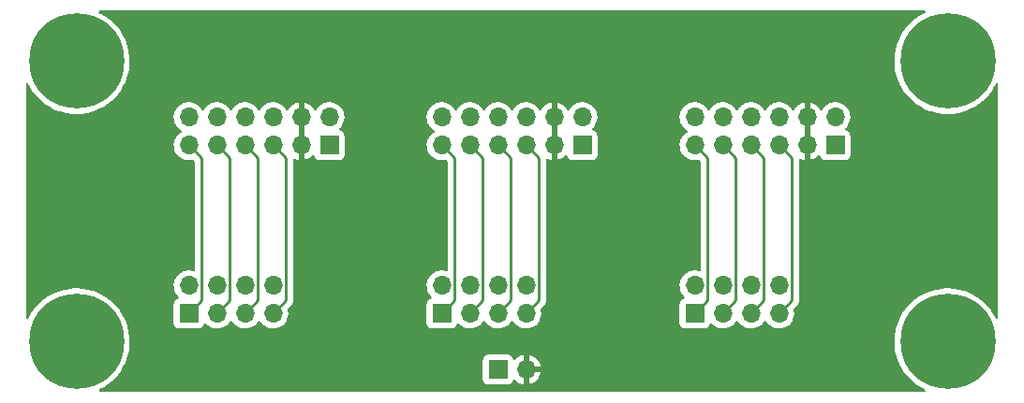
<source format=gbr>
%TF.GenerationSoftware,KiCad,Pcbnew,(6.0.5)*%
%TF.CreationDate,2022-05-29T15:22:11+02:00*%
%TF.ProjectId,pmod_master,706d6f64-5f6d-4617-9374-65722e6b6963,rev?*%
%TF.SameCoordinates,Original*%
%TF.FileFunction,Copper,L2,Bot*%
%TF.FilePolarity,Positive*%
%FSLAX46Y46*%
G04 Gerber Fmt 4.6, Leading zero omitted, Abs format (unit mm)*
G04 Created by KiCad (PCBNEW (6.0.5)) date 2022-05-29 15:22:11*
%MOMM*%
%LPD*%
G01*
G04 APERTURE LIST*
%TA.AperFunction,ComponentPad*%
%ADD10R,1.700000X1.700000*%
%TD*%
%TA.AperFunction,ComponentPad*%
%ADD11O,1.700000X1.700000*%
%TD*%
%TA.AperFunction,ComponentPad*%
%ADD12C,0.900000*%
%TD*%
%TA.AperFunction,ComponentPad*%
%ADD13C,8.600000*%
%TD*%
%TA.AperFunction,Conductor*%
%ADD14C,0.250000*%
%TD*%
G04 APERTURE END LIST*
D10*
%TO.P,PMOD2,1,Pin_1*%
%TO.N,VCC*%
X96520000Y-30480000D03*
D11*
%TO.P,PMOD2,2,Pin_2*%
X96520000Y-27940000D03*
%TO.P,PMOD2,3,Pin_3*%
%TO.N,GND*%
X93980000Y-30480000D03*
%TO.P,PMOD2,4,Pin_4*%
X93980000Y-27940000D03*
%TO.P,PMOD2,5,Pin_5*%
%TO.N,PMOD_SPI_SCK*%
X91440000Y-30480000D03*
%TO.P,PMOD2,6,Pin_6*%
%TO.N,PMOD_SPI_GPIO4_CS3*%
X91440000Y-27940000D03*
%TO.P,PMOD2,7,Pin_7*%
%TO.N,PMOD_SPI_MISO*%
X88900000Y-30480000D03*
%TO.P,PMOD2,8,Pin_8*%
%TO.N,PMOD_SPI_GPIO3_CS2*%
X88900000Y-27940000D03*
%TO.P,PMOD2,9,Pin_9*%
%TO.N,PMOD_SPI_MOSI*%
X86360000Y-30480000D03*
%TO.P,PMOD2,10,Pin_10*%
%TO.N,PMOD_SPI_GPIO2_RESET*%
X86360000Y-27940000D03*
%TO.P,PMOD2,11,Pin_11*%
%TO.N,PMOD_SPI_CS*%
X83820000Y-30480000D03*
%TO.P,PMOD2,12,Pin_12*%
%TO.N,PMOD_SPI_GPIO1_INT*%
X83820000Y-27940000D03*
%TD*%
D10*
%TO.P,PMOD3,1,Pin_1*%
%TO.N,VCC*%
X119380000Y-30480000D03*
D11*
%TO.P,PMOD3,2,Pin_2*%
X119380000Y-27940000D03*
%TO.P,PMOD3,3,Pin_3*%
%TO.N,GND*%
X116840000Y-30480000D03*
%TO.P,PMOD3,4,Pin_4*%
X116840000Y-27940000D03*
%TO.P,PMOD3,5,Pin_5*%
%TO.N,PMOD_UART_RTS*%
X114300000Y-30480000D03*
%TO.P,PMOD3,6,Pin_6*%
%TO.N,PMOD_UART_GPIO4*%
X114300000Y-27940000D03*
%TO.P,PMOD3,7,Pin_7*%
%TO.N,PMOD_UART_RXD*%
X111760000Y-30480000D03*
%TO.P,PMOD3,8,Pin_8*%
%TO.N,PMOD_UART_GPIO3*%
X111760000Y-27940000D03*
%TO.P,PMOD3,9,Pin_9*%
%TO.N,PMOD_UART_TXD*%
X109220000Y-30480000D03*
%TO.P,PMOD3,10,Pin_10*%
%TO.N,PMOD_UART_GPIO2_RESET*%
X109220000Y-27940000D03*
%TO.P,PMOD3,11,Pin_11*%
%TO.N,PMOD_UART_CTS*%
X106680000Y-30480000D03*
%TO.P,PMOD3,12,Pin_12*%
%TO.N,PMOD_UART_GPIO1_INT*%
X106680000Y-27940000D03*
%TD*%
D10*
%TO.P,PMOD1,1,Pin_1*%
%TO.N,VCC*%
X73660000Y-30480000D03*
D11*
%TO.P,PMOD1,2,Pin_2*%
X73660000Y-27940000D03*
%TO.P,PMOD1,3,Pin_3*%
%TO.N,GND*%
X71120000Y-30480000D03*
%TO.P,PMOD1,4,Pin_4*%
X71120000Y-27940000D03*
%TO.P,PMOD1,5,Pin_5*%
%TO.N,PMOD_I2C_SDA*%
X68580000Y-30480000D03*
%TO.P,PMOD1,6,Pin_6*%
%TO.N,PMOD_I2C_GPIO4*%
X68580000Y-27940000D03*
%TO.P,PMOD1,7,Pin_7*%
%TO.N,PMOD_I2C_SCL*%
X66040000Y-30480000D03*
%TO.P,PMOD1,8,Pin_8*%
%TO.N,PMOD_I2C_GPIO3*%
X66040000Y-27940000D03*
%TO.P,PMOD1,9,Pin_9*%
%TO.N,PMOD_I2C_RESET*%
X63500000Y-30480000D03*
%TO.P,PMOD1,10,Pin_10*%
%TO.N,PMOD_I2C_GPIO2*%
X63500000Y-27940000D03*
%TO.P,PMOD1,11,Pin_11*%
%TO.N,PMOD_I2C_INT*%
X60960000Y-30480000D03*
%TO.P,PMOD1,12,Pin_12*%
%TO.N,PMOD_I2C_GPIO1*%
X60960000Y-27940000D03*
%TD*%
D10*
%TO.P,J4,1,Pin_1*%
%TO.N,PMOD_I2C_INT*%
X60960000Y-45720000D03*
D11*
%TO.P,J4,2,Pin_2*%
%TO.N,PMOD_I2C_GPIO1*%
X60960000Y-43180000D03*
%TO.P,J4,3,Pin_3*%
%TO.N,PMOD_I2C_RESET*%
X63500000Y-45720000D03*
%TO.P,J4,4,Pin_4*%
%TO.N,PMOD_I2C_GPIO2*%
X63500000Y-43180000D03*
%TO.P,J4,5,Pin_5*%
%TO.N,PMOD_I2C_SCL*%
X66040000Y-45720000D03*
%TO.P,J4,6,Pin_6*%
%TO.N,PMOD_I2C_GPIO3*%
X66040000Y-43180000D03*
%TO.P,J4,7,Pin_7*%
%TO.N,PMOD_I2C_SDA*%
X68580000Y-45720000D03*
%TO.P,J4,8,Pin_8*%
%TO.N,PMOD_I2C_GPIO4*%
X68580000Y-43180000D03*
%TD*%
D10*
%TO.P,J5,1,Pin_1*%
%TO.N,PMOD_SPI_CS*%
X83820000Y-45720000D03*
D11*
%TO.P,J5,2,Pin_2*%
%TO.N,PMOD_SPI_GPIO1_INT*%
X83820000Y-43180000D03*
%TO.P,J5,3,Pin_3*%
%TO.N,PMOD_SPI_MOSI*%
X86360000Y-45720000D03*
%TO.P,J5,4,Pin_4*%
%TO.N,PMOD_SPI_GPIO2_RESET*%
X86360000Y-43180000D03*
%TO.P,J5,5,Pin_5*%
%TO.N,PMOD_SPI_MISO*%
X88900000Y-45720000D03*
%TO.P,J5,6,Pin_6*%
%TO.N,PMOD_SPI_GPIO3_CS2*%
X88900000Y-43180000D03*
%TO.P,J5,7,Pin_7*%
%TO.N,PMOD_SPI_SCK*%
X91440000Y-45720000D03*
%TO.P,J5,8,Pin_8*%
%TO.N,PMOD_SPI_GPIO4_CS3*%
X91440000Y-43180000D03*
%TD*%
D10*
%TO.P,J6,1,Pin_1*%
%TO.N,PMOD_UART_CTS*%
X106680000Y-45720000D03*
D11*
%TO.P,J6,2,Pin_2*%
%TO.N,PMOD_UART_GPIO1_INT*%
X106680000Y-43180000D03*
%TO.P,J6,3,Pin_3*%
%TO.N,PMOD_UART_TXD*%
X109220000Y-45720000D03*
%TO.P,J6,4,Pin_4*%
%TO.N,PMOD_UART_GPIO2_RESET*%
X109220000Y-43180000D03*
%TO.P,J6,5,Pin_5*%
%TO.N,PMOD_UART_RXD*%
X111760000Y-45720000D03*
%TO.P,J6,6,Pin_6*%
%TO.N,PMOD_UART_GPIO3*%
X111760000Y-43180000D03*
%TO.P,J6,7,Pin_7*%
%TO.N,PMOD_UART_RTS*%
X114300000Y-45720000D03*
%TO.P,J6,8,Pin_8*%
%TO.N,PMOD_UART_GPIO4*%
X114300000Y-43180000D03*
%TD*%
D12*
%TO.P,H3,1*%
%TO.N,N/C*%
X53080419Y-45979581D03*
X47575000Y-48260000D03*
X54025000Y-48260000D03*
X53080419Y-50540419D03*
X48519581Y-50540419D03*
X50800000Y-45035000D03*
X48519581Y-45979581D03*
X50800000Y-51485000D03*
D13*
X50800000Y-48260000D03*
%TD*%
D12*
%TO.P,H1,1*%
%TO.N,N/C*%
X50800000Y-26085000D03*
X47575000Y-22860000D03*
X48519581Y-20579581D03*
X54025000Y-22860000D03*
D13*
X50800000Y-22860000D03*
D12*
X50800000Y-19635000D03*
X48519581Y-25140419D03*
X53080419Y-25140419D03*
X53080419Y-20579581D03*
%TD*%
D10*
%TO.P,J1,1,Pin_1*%
%TO.N,VCC*%
X88900000Y-50800000D03*
D11*
%TO.P,J1,2,Pin_2*%
%TO.N,GND*%
X91440000Y-50800000D03*
%TD*%
D12*
%TO.P,H4,1*%
%TO.N,N/C*%
X129540000Y-51485000D03*
X131820419Y-45979581D03*
X129540000Y-45035000D03*
D13*
X129540000Y-48260000D03*
D12*
X127259581Y-50540419D03*
X126315000Y-48260000D03*
X132765000Y-48260000D03*
X127259581Y-45979581D03*
X131820419Y-50540419D03*
%TD*%
%TO.P,H2,1*%
%TO.N,N/C*%
X129540000Y-26085000D03*
X132765000Y-22860000D03*
D13*
X129540000Y-22860000D03*
D12*
X131820419Y-20579581D03*
X127259581Y-25140419D03*
X126315000Y-22860000D03*
X127259581Y-20579581D03*
X131820419Y-25140419D03*
X129540000Y-19635000D03*
%TD*%
D14*
%TO.N,PMOD_UART_RTS*%
X114300000Y-45720000D02*
X115474511Y-44545489D01*
X115474511Y-31654511D02*
X114300000Y-30480000D01*
X115474511Y-44545489D02*
X115474511Y-31654511D01*
%TO.N,PMOD_UART_RXD*%
X112934511Y-44545489D02*
X112934511Y-31654511D01*
X111760000Y-45720000D02*
X112934511Y-44545489D01*
X112934511Y-31654511D02*
X111760000Y-30480000D01*
%TO.N,PMOD_UART_TXD*%
X110394511Y-44545489D02*
X110394511Y-31654511D01*
X109220000Y-45720000D02*
X110394511Y-44545489D01*
X110394511Y-31654511D02*
X109220000Y-30480000D01*
%TO.N,PMOD_UART_CTS*%
X107854511Y-31654511D02*
X106680000Y-30480000D01*
X107854511Y-44545489D02*
X107854511Y-31654511D01*
X106680000Y-45720000D02*
X107854511Y-44545489D01*
%TO.N,PMOD_SPI_SCK*%
X92614511Y-44545489D02*
X92614511Y-31654511D01*
X92614511Y-31654511D02*
X91440000Y-30480000D01*
X91440000Y-45720000D02*
X92614511Y-44545489D01*
%TO.N,PMOD_SPI_MOSI*%
X87534511Y-31654511D02*
X86360000Y-30480000D01*
X86360000Y-45720000D02*
X87534511Y-44545489D01*
X87534511Y-44545489D02*
X87534511Y-31654511D01*
%TO.N,PMOD_SPI_MISO*%
X90074511Y-31654511D02*
X88900000Y-30480000D01*
X90074511Y-44545489D02*
X90074511Y-31654511D01*
X88900000Y-45720000D02*
X90074511Y-44545489D01*
%TO.N,PMOD_SPI_CS*%
X84994511Y-44545489D02*
X84994511Y-31654511D01*
X84994511Y-31654511D02*
X83820000Y-30480000D01*
X83820000Y-45720000D02*
X84994511Y-44545489D01*
%TO.N,PMOD_I2C_SDA*%
X68580000Y-45720000D02*
X69754511Y-44545489D01*
X69754511Y-31654511D02*
X68580000Y-30480000D01*
X69754511Y-44545489D02*
X69754511Y-31654511D01*
%TO.N,PMOD_I2C_SCL*%
X67214511Y-44545489D02*
X67214511Y-31654511D01*
X66040000Y-45720000D02*
X67214511Y-44545489D01*
X67214511Y-31654511D02*
X66040000Y-30480000D01*
%TO.N,PMOD_I2C_RESET*%
X64674511Y-44545489D02*
X64674511Y-31654511D01*
X63500000Y-45720000D02*
X64674511Y-44545489D01*
X64674511Y-31654511D02*
X63500000Y-30480000D01*
%TO.N,PMOD_I2C_INT*%
X62134511Y-44545489D02*
X62134511Y-31654511D01*
X60960000Y-45720000D02*
X62134511Y-44545489D01*
X62134511Y-31654511D02*
X60960000Y-30480000D01*
%TD*%
%TA.AperFunction,Conductor*%
%TO.N,GND*%
G36*
X127464543Y-18308502D02*
G01*
X127511036Y-18362158D01*
X127521140Y-18432432D01*
X127491646Y-18497012D01*
X127449173Y-18528926D01*
X127332361Y-18582777D01*
X126960880Y-18795957D01*
X126958577Y-18797566D01*
X126958570Y-18797571D01*
X126612129Y-19039701D01*
X126609820Y-19041315D01*
X126281961Y-19316909D01*
X125979899Y-19620557D01*
X125706025Y-19949855D01*
X125462508Y-20302194D01*
X125251276Y-20674786D01*
X125074002Y-21064680D01*
X125073080Y-21067306D01*
X125073075Y-21067318D01*
X125033633Y-21179634D01*
X124932089Y-21468790D01*
X124826661Y-21883914D01*
X124758552Y-22306768D01*
X124728302Y-22734001D01*
X124736151Y-23162233D01*
X124782036Y-23588071D01*
X124865594Y-24008144D01*
X124986163Y-24419127D01*
X124987190Y-24421740D01*
X124987190Y-24421741D01*
X125125651Y-24774145D01*
X125142789Y-24817765D01*
X125201316Y-24934896D01*
X125312161Y-25156731D01*
X125334231Y-25200901D01*
X125558974Y-25565502D01*
X125815239Y-25908682D01*
X125817100Y-25910760D01*
X125817101Y-25910761D01*
X126099127Y-26225637D01*
X126099133Y-26225643D01*
X126100995Y-26227722D01*
X126413981Y-26520098D01*
X126751719Y-26783493D01*
X127111533Y-27015822D01*
X127114012Y-27017126D01*
X127114015Y-27017128D01*
X127488077Y-27213932D01*
X127488083Y-27213935D01*
X127490577Y-27215247D01*
X127493175Y-27216331D01*
X127493179Y-27216333D01*
X127883263Y-27379109D01*
X127883268Y-27379111D01*
X127885847Y-27380187D01*
X127888512Y-27381030D01*
X127888518Y-27381032D01*
X128110561Y-27451254D01*
X128294214Y-27509336D01*
X128712446Y-27601673D01*
X128715220Y-27602031D01*
X128715221Y-27602031D01*
X129134460Y-27656109D01*
X129134467Y-27656110D01*
X129137230Y-27656466D01*
X129140017Y-27656576D01*
X129140023Y-27656576D01*
X129388238Y-27666328D01*
X129565203Y-27673281D01*
X129567995Y-27673142D01*
X129568000Y-27673142D01*
X129990172Y-27652125D01*
X129990181Y-27652124D01*
X129992976Y-27651985D01*
X129995753Y-27651597D01*
X129995755Y-27651597D01*
X130070066Y-27641219D01*
X130417163Y-27592747D01*
X130834404Y-27496036D01*
X131048307Y-27425915D01*
X131238744Y-27363487D01*
X131238750Y-27363485D01*
X131241397Y-27362617D01*
X131634918Y-27193547D01*
X132011852Y-26990164D01*
X132369214Y-26754080D01*
X132704175Y-26487162D01*
X133014082Y-26191525D01*
X133015919Y-26189431D01*
X133015927Y-26189422D01*
X133294635Y-25871616D01*
X133296482Y-25869510D01*
X133549139Y-25523666D01*
X133550585Y-25521265D01*
X133768601Y-25159142D01*
X133768606Y-25159133D01*
X133770052Y-25156731D01*
X133872204Y-24946823D01*
X133919998Y-24894323D01*
X133988588Y-24875997D01*
X134056198Y-24897663D01*
X134101362Y-24952442D01*
X134111500Y-25001959D01*
X134111500Y-46109490D01*
X134091498Y-46177611D01*
X134037842Y-46224104D01*
X133967568Y-46234208D01*
X133902988Y-46204714D01*
X133874300Y-46168740D01*
X133791329Y-46013023D01*
X133683050Y-45809807D01*
X133482351Y-45502522D01*
X133450381Y-45453573D01*
X133450378Y-45453569D01*
X133448840Y-45451214D01*
X133183680Y-45114860D01*
X132909586Y-44824506D01*
X132891596Y-44805449D01*
X132891593Y-44805446D01*
X132889670Y-44803409D01*
X132887579Y-44801556D01*
X132887571Y-44801548D01*
X132571237Y-44521188D01*
X132571235Y-44521186D01*
X132569137Y-44519327D01*
X132564120Y-44515621D01*
X132355457Y-44361500D01*
X132224621Y-44264863D01*
X132031733Y-44147355D01*
X131861237Y-44043487D01*
X131861230Y-44043483D01*
X131858848Y-44042032D01*
X131741514Y-43984169D01*
X131477228Y-43853838D01*
X131474714Y-43852598D01*
X131075262Y-43698062D01*
X130828678Y-43627122D01*
X130666335Y-43580417D01*
X130666329Y-43580415D01*
X130663654Y-43579646D01*
X130660917Y-43579117D01*
X130660911Y-43579115D01*
X130515828Y-43551046D01*
X130243148Y-43498289D01*
X130240374Y-43498005D01*
X130240362Y-43498003D01*
X129957111Y-43468982D01*
X129817076Y-43454634D01*
X129814286Y-43454597D01*
X129814278Y-43454597D01*
X129546825Y-43451096D01*
X129388809Y-43449028D01*
X129386009Y-43449241D01*
X129386008Y-43449241D01*
X129311364Y-43454919D01*
X128961740Y-43481514D01*
X128539249Y-43551836D01*
X128453671Y-43574048D01*
X128127400Y-43658731D01*
X128127389Y-43658734D01*
X128124682Y-43659437D01*
X127866575Y-43751599D01*
X127723964Y-43802520D01*
X127723959Y-43802522D01*
X127721321Y-43803464D01*
X127718781Y-43804635D01*
X127718776Y-43804637D01*
X127616930Y-43851589D01*
X127332361Y-43982777D01*
X126960880Y-44195957D01*
X126958577Y-44197566D01*
X126958570Y-44197571D01*
X126633491Y-44424771D01*
X126609820Y-44441315D01*
X126281961Y-44716909D01*
X125979899Y-45020557D01*
X125706025Y-45349855D01*
X125462508Y-45702194D01*
X125251276Y-46074786D01*
X125074002Y-46464680D01*
X125073080Y-46467306D01*
X125073075Y-46467318D01*
X124992333Y-46697240D01*
X124932089Y-46868790D01*
X124931398Y-46871510D01*
X124931397Y-46871514D01*
X124880545Y-47071745D01*
X124826661Y-47283914D01*
X124758552Y-47706768D01*
X124728302Y-48134001D01*
X124736151Y-48562233D01*
X124782036Y-48988071D01*
X124865594Y-49408144D01*
X124986163Y-49819127D01*
X124987190Y-49821740D01*
X124987190Y-49821741D01*
X125125651Y-50174145D01*
X125142789Y-50217765D01*
X125201316Y-50334896D01*
X125312161Y-50556731D01*
X125334231Y-50600901D01*
X125558974Y-50965502D01*
X125815239Y-51308682D01*
X125817100Y-51310760D01*
X125817101Y-51310761D01*
X126099127Y-51625637D01*
X126099133Y-51625643D01*
X126100995Y-51627722D01*
X126413981Y-51920098D01*
X126751719Y-52183493D01*
X127111533Y-52415822D01*
X127114012Y-52417126D01*
X127114015Y-52417128D01*
X127450178Y-52593992D01*
X127501151Y-52643411D01*
X127517314Y-52712544D01*
X127493535Y-52779440D01*
X127437364Y-52822860D01*
X127391511Y-52831500D01*
X52952547Y-52831500D01*
X52884426Y-52811498D01*
X52837933Y-52757842D01*
X52827829Y-52687568D01*
X52857323Y-52622988D01*
X52895166Y-52594006D01*
X52894918Y-52593547D01*
X53271852Y-52390164D01*
X53629214Y-52154080D01*
X53964175Y-51887162D01*
X54162327Y-51698134D01*
X87541500Y-51698134D01*
X87548255Y-51760316D01*
X87599385Y-51896705D01*
X87686739Y-52013261D01*
X87803295Y-52100615D01*
X87939684Y-52151745D01*
X88001866Y-52158500D01*
X89798134Y-52158500D01*
X89860316Y-52151745D01*
X89996705Y-52100615D01*
X90113261Y-52013261D01*
X90200615Y-51896705D01*
X90244798Y-51778848D01*
X90287440Y-51722084D01*
X90354001Y-51697384D01*
X90423350Y-51712592D01*
X90458017Y-51740580D01*
X90483218Y-51769673D01*
X90490580Y-51776883D01*
X90654434Y-51912916D01*
X90662881Y-51918831D01*
X90846756Y-52026279D01*
X90856042Y-52030729D01*
X91055001Y-52106703D01*
X91064899Y-52109579D01*
X91168250Y-52130606D01*
X91182299Y-52129410D01*
X91186000Y-52119065D01*
X91186000Y-52118517D01*
X91694000Y-52118517D01*
X91698064Y-52132359D01*
X91711478Y-52134393D01*
X91718184Y-52133534D01*
X91728262Y-52131392D01*
X91932255Y-52070191D01*
X91941842Y-52066433D01*
X92133095Y-51972739D01*
X92141945Y-51967464D01*
X92315328Y-51843792D01*
X92323200Y-51837139D01*
X92474052Y-51686812D01*
X92480730Y-51678965D01*
X92605003Y-51506020D01*
X92610313Y-51497183D01*
X92704670Y-51306267D01*
X92708469Y-51296672D01*
X92770377Y-51092910D01*
X92772555Y-51082837D01*
X92773986Y-51071962D01*
X92771775Y-51057778D01*
X92758617Y-51054000D01*
X91712115Y-51054000D01*
X91696876Y-51058475D01*
X91695671Y-51059865D01*
X91694000Y-51067548D01*
X91694000Y-52118517D01*
X91186000Y-52118517D01*
X91186000Y-50527885D01*
X91694000Y-50527885D01*
X91698475Y-50543124D01*
X91699865Y-50544329D01*
X91707548Y-50546000D01*
X92758344Y-50546000D01*
X92771875Y-50542027D01*
X92773180Y-50532947D01*
X92731214Y-50365875D01*
X92727894Y-50356124D01*
X92642972Y-50160814D01*
X92638105Y-50151739D01*
X92522426Y-49972926D01*
X92516136Y-49964757D01*
X92372806Y-49807240D01*
X92365273Y-49800215D01*
X92198139Y-49668222D01*
X92189552Y-49662517D01*
X92003117Y-49559599D01*
X91993705Y-49555369D01*
X91792959Y-49484280D01*
X91782988Y-49481646D01*
X91711837Y-49468972D01*
X91698540Y-49470432D01*
X91694000Y-49484989D01*
X91694000Y-50527885D01*
X91186000Y-50527885D01*
X91186000Y-49483102D01*
X91182082Y-49469758D01*
X91167806Y-49467771D01*
X91129324Y-49473660D01*
X91119288Y-49476051D01*
X90916868Y-49542212D01*
X90907359Y-49546209D01*
X90718463Y-49644542D01*
X90709738Y-49650036D01*
X90539433Y-49777905D01*
X90531726Y-49784748D01*
X90454478Y-49865584D01*
X90392954Y-49901014D01*
X90322042Y-49897557D01*
X90264255Y-49856311D01*
X90245402Y-49822763D01*
X90203767Y-49711703D01*
X90200615Y-49703295D01*
X90113261Y-49586739D01*
X89996705Y-49499385D01*
X89860316Y-49448255D01*
X89798134Y-49441500D01*
X88001866Y-49441500D01*
X87939684Y-49448255D01*
X87803295Y-49499385D01*
X87686739Y-49586739D01*
X87599385Y-49703295D01*
X87548255Y-49839684D01*
X87541500Y-49901866D01*
X87541500Y-51698134D01*
X54162327Y-51698134D01*
X54274082Y-51591525D01*
X54275919Y-51589431D01*
X54275927Y-51589422D01*
X54554635Y-51271616D01*
X54556482Y-51269510D01*
X54685498Y-51092910D01*
X54807490Y-50925923D01*
X54809139Y-50923666D01*
X54810585Y-50921265D01*
X55028601Y-50559142D01*
X55028606Y-50559133D01*
X55030052Y-50556731D01*
X55165551Y-50278299D01*
X55216238Y-50174145D01*
X55216239Y-50174142D01*
X55217471Y-50171611D01*
X55334026Y-49865584D01*
X55368918Y-49773971D01*
X55368920Y-49773964D01*
X55369914Y-49771355D01*
X55486173Y-49359132D01*
X55555433Y-48990822D01*
X55564811Y-48940954D01*
X55564813Y-48940942D01*
X55565327Y-48938207D01*
X55606750Y-48511911D01*
X55608194Y-48456780D01*
X55613289Y-48262234D01*
X55613289Y-48262220D01*
X55613347Y-48260000D01*
X55594291Y-47832121D01*
X55537275Y-47407630D01*
X55508666Y-47281193D01*
X55443368Y-46992618D01*
X55443368Y-46992617D01*
X55442750Y-46989887D01*
X55386980Y-46816705D01*
X55312318Y-46584856D01*
X55312316Y-46584849D01*
X55311463Y-46582202D01*
X55159828Y-46224104D01*
X55145550Y-46190384D01*
X55145548Y-46190379D01*
X55144456Y-46187801D01*
X54943050Y-45809807D01*
X54742351Y-45502522D01*
X54710381Y-45453573D01*
X54710378Y-45453569D01*
X54708840Y-45451214D01*
X54443680Y-45114860D01*
X54169586Y-44824506D01*
X54151596Y-44805449D01*
X54151593Y-44805446D01*
X54149670Y-44803409D01*
X54147579Y-44801556D01*
X54147571Y-44801548D01*
X53831237Y-44521188D01*
X53831235Y-44521186D01*
X53829137Y-44519327D01*
X53824120Y-44515621D01*
X53615457Y-44361500D01*
X53484621Y-44264863D01*
X53291733Y-44147355D01*
X53121237Y-44043487D01*
X53121230Y-44043483D01*
X53118848Y-44042032D01*
X53001514Y-43984169D01*
X52737228Y-43853838D01*
X52734714Y-43852598D01*
X52335262Y-43698062D01*
X52088678Y-43627122D01*
X51926335Y-43580417D01*
X51926329Y-43580415D01*
X51923654Y-43579646D01*
X51920917Y-43579117D01*
X51920911Y-43579115D01*
X51775828Y-43551046D01*
X51503148Y-43498289D01*
X51500374Y-43498005D01*
X51500362Y-43498003D01*
X51217111Y-43468982D01*
X51077076Y-43454634D01*
X51074286Y-43454597D01*
X51074278Y-43454597D01*
X50806825Y-43451096D01*
X50648809Y-43449028D01*
X50646009Y-43449241D01*
X50646008Y-43449241D01*
X50571364Y-43454919D01*
X50221740Y-43481514D01*
X49799249Y-43551836D01*
X49713671Y-43574048D01*
X49387400Y-43658731D01*
X49387389Y-43658734D01*
X49384682Y-43659437D01*
X49126575Y-43751599D01*
X48983964Y-43802520D01*
X48983959Y-43802522D01*
X48981321Y-43803464D01*
X48978781Y-43804635D01*
X48978776Y-43804637D01*
X48876930Y-43851589D01*
X48592361Y-43982777D01*
X48220880Y-44195957D01*
X48218577Y-44197566D01*
X48218570Y-44197571D01*
X47893491Y-44424771D01*
X47869820Y-44441315D01*
X47541961Y-44716909D01*
X47239899Y-45020557D01*
X46966025Y-45349855D01*
X46722508Y-45702194D01*
X46511276Y-46074786D01*
X46510117Y-46077335D01*
X46510115Y-46077339D01*
X46469201Y-46167325D01*
X46422797Y-46221058D01*
X46354710Y-46241174D01*
X46286556Y-46221285D01*
X46239974Y-46167707D01*
X46228500Y-46115174D01*
X46228500Y-43146695D01*
X59597251Y-43146695D01*
X59610110Y-43369715D01*
X59611247Y-43374761D01*
X59611248Y-43374767D01*
X59629312Y-43454919D01*
X59659222Y-43587639D01*
X59743266Y-43794616D01*
X59859987Y-43985088D01*
X60006250Y-44153938D01*
X60010230Y-44157242D01*
X60014981Y-44161187D01*
X60054616Y-44220090D01*
X60056113Y-44291071D01*
X60018997Y-44351593D01*
X59978724Y-44376112D01*
X59863295Y-44419385D01*
X59746739Y-44506739D01*
X59659385Y-44623295D01*
X59608255Y-44759684D01*
X59601500Y-44821866D01*
X59601500Y-46618134D01*
X59608255Y-46680316D01*
X59659385Y-46816705D01*
X59746739Y-46933261D01*
X59863295Y-47020615D01*
X59999684Y-47071745D01*
X60061866Y-47078500D01*
X61858134Y-47078500D01*
X61920316Y-47071745D01*
X62056705Y-47020615D01*
X62173261Y-46933261D01*
X62260615Y-46816705D01*
X62282799Y-46757529D01*
X62304598Y-46699382D01*
X62347240Y-46642618D01*
X62413802Y-46617918D01*
X62483150Y-46633126D01*
X62517817Y-46661114D01*
X62546250Y-46693938D01*
X62718126Y-46836632D01*
X62911000Y-46949338D01*
X63119692Y-47029030D01*
X63124760Y-47030061D01*
X63124763Y-47030062D01*
X63232017Y-47051883D01*
X63338597Y-47073567D01*
X63343772Y-47073757D01*
X63343774Y-47073757D01*
X63556673Y-47081564D01*
X63556677Y-47081564D01*
X63561837Y-47081753D01*
X63566957Y-47081097D01*
X63566959Y-47081097D01*
X63778288Y-47054025D01*
X63778289Y-47054025D01*
X63783416Y-47053368D01*
X63788366Y-47051883D01*
X63992429Y-46990661D01*
X63992434Y-46990659D01*
X63997384Y-46989174D01*
X64197994Y-46890896D01*
X64379860Y-46761173D01*
X64538096Y-46603489D01*
X64555238Y-46579634D01*
X64668453Y-46422077D01*
X64669776Y-46423028D01*
X64716645Y-46379857D01*
X64786580Y-46367625D01*
X64852026Y-46395144D01*
X64879875Y-46426994D01*
X64939987Y-46525088D01*
X65086250Y-46693938D01*
X65258126Y-46836632D01*
X65451000Y-46949338D01*
X65659692Y-47029030D01*
X65664760Y-47030061D01*
X65664763Y-47030062D01*
X65772017Y-47051883D01*
X65878597Y-47073567D01*
X65883772Y-47073757D01*
X65883774Y-47073757D01*
X66096673Y-47081564D01*
X66096677Y-47081564D01*
X66101837Y-47081753D01*
X66106957Y-47081097D01*
X66106959Y-47081097D01*
X66318288Y-47054025D01*
X66318289Y-47054025D01*
X66323416Y-47053368D01*
X66328366Y-47051883D01*
X66532429Y-46990661D01*
X66532434Y-46990659D01*
X66537384Y-46989174D01*
X66737994Y-46890896D01*
X66919860Y-46761173D01*
X67078096Y-46603489D01*
X67095238Y-46579634D01*
X67208453Y-46422077D01*
X67209776Y-46423028D01*
X67256645Y-46379857D01*
X67326580Y-46367625D01*
X67392026Y-46395144D01*
X67419875Y-46426994D01*
X67479987Y-46525088D01*
X67626250Y-46693938D01*
X67798126Y-46836632D01*
X67991000Y-46949338D01*
X68199692Y-47029030D01*
X68204760Y-47030061D01*
X68204763Y-47030062D01*
X68312017Y-47051883D01*
X68418597Y-47073567D01*
X68423772Y-47073757D01*
X68423774Y-47073757D01*
X68636673Y-47081564D01*
X68636677Y-47081564D01*
X68641837Y-47081753D01*
X68646957Y-47081097D01*
X68646959Y-47081097D01*
X68858288Y-47054025D01*
X68858289Y-47054025D01*
X68863416Y-47053368D01*
X68868366Y-47051883D01*
X69072429Y-46990661D01*
X69072434Y-46990659D01*
X69077384Y-46989174D01*
X69277994Y-46890896D01*
X69459860Y-46761173D01*
X69618096Y-46603489D01*
X69635238Y-46579634D01*
X69745435Y-46426277D01*
X69748453Y-46422077D01*
X69769320Y-46379857D01*
X69845136Y-46226453D01*
X69845137Y-46226451D01*
X69847430Y-46221811D01*
X69912370Y-46008069D01*
X69941529Y-45786590D01*
X69943156Y-45720000D01*
X69924852Y-45497361D01*
X69896821Y-45385765D01*
X69899625Y-45314823D01*
X69929930Y-45265974D01*
X70146758Y-45049146D01*
X70155048Y-45041602D01*
X70161529Y-45037489D01*
X70208170Y-44987821D01*
X70210924Y-44984980D01*
X70230645Y-44965259D01*
X70233123Y-44962064D01*
X70240829Y-44953042D01*
X70265669Y-44926590D01*
X70271097Y-44920810D01*
X70280857Y-44903057D01*
X70291710Y-44886534D01*
X70299264Y-44876795D01*
X70304124Y-44870530D01*
X70321687Y-44829946D01*
X70326894Y-44819316D01*
X70348206Y-44780549D01*
X70350177Y-44772872D01*
X70350179Y-44772867D01*
X70353243Y-44760931D01*
X70359649Y-44742219D01*
X70364545Y-44730906D01*
X70367692Y-44723634D01*
X70369043Y-44715108D01*
X70374608Y-44679970D01*
X70377015Y-44668349D01*
X70386039Y-44633200D01*
X70386039Y-44633199D01*
X70388011Y-44625519D01*
X70388011Y-44605258D01*
X70389562Y-44585547D01*
X70391490Y-44573374D01*
X70392730Y-44565546D01*
X70388570Y-44521535D01*
X70388011Y-44509678D01*
X70388011Y-43146695D01*
X82457251Y-43146695D01*
X82470110Y-43369715D01*
X82471247Y-43374761D01*
X82471248Y-43374767D01*
X82489312Y-43454919D01*
X82519222Y-43587639D01*
X82603266Y-43794616D01*
X82719987Y-43985088D01*
X82866250Y-44153938D01*
X82870230Y-44157242D01*
X82874981Y-44161187D01*
X82914616Y-44220090D01*
X82916113Y-44291071D01*
X82878997Y-44351593D01*
X82838724Y-44376112D01*
X82723295Y-44419385D01*
X82606739Y-44506739D01*
X82519385Y-44623295D01*
X82468255Y-44759684D01*
X82461500Y-44821866D01*
X82461500Y-46618134D01*
X82468255Y-46680316D01*
X82519385Y-46816705D01*
X82606739Y-46933261D01*
X82723295Y-47020615D01*
X82859684Y-47071745D01*
X82921866Y-47078500D01*
X84718134Y-47078500D01*
X84780316Y-47071745D01*
X84916705Y-47020615D01*
X85033261Y-46933261D01*
X85120615Y-46816705D01*
X85142799Y-46757529D01*
X85164598Y-46699382D01*
X85207240Y-46642618D01*
X85273802Y-46617918D01*
X85343150Y-46633126D01*
X85377817Y-46661114D01*
X85406250Y-46693938D01*
X85578126Y-46836632D01*
X85771000Y-46949338D01*
X85979692Y-47029030D01*
X85984760Y-47030061D01*
X85984763Y-47030062D01*
X86092017Y-47051883D01*
X86198597Y-47073567D01*
X86203772Y-47073757D01*
X86203774Y-47073757D01*
X86416673Y-47081564D01*
X86416677Y-47081564D01*
X86421837Y-47081753D01*
X86426957Y-47081097D01*
X86426959Y-47081097D01*
X86638288Y-47054025D01*
X86638289Y-47054025D01*
X86643416Y-47053368D01*
X86648366Y-47051883D01*
X86852429Y-46990661D01*
X86852434Y-46990659D01*
X86857384Y-46989174D01*
X87057994Y-46890896D01*
X87239860Y-46761173D01*
X87398096Y-46603489D01*
X87415238Y-46579634D01*
X87528453Y-46422077D01*
X87529776Y-46423028D01*
X87576645Y-46379857D01*
X87646580Y-46367625D01*
X87712026Y-46395144D01*
X87739875Y-46426994D01*
X87799987Y-46525088D01*
X87946250Y-46693938D01*
X88118126Y-46836632D01*
X88311000Y-46949338D01*
X88519692Y-47029030D01*
X88524760Y-47030061D01*
X88524763Y-47030062D01*
X88632017Y-47051883D01*
X88738597Y-47073567D01*
X88743772Y-47073757D01*
X88743774Y-47073757D01*
X88956673Y-47081564D01*
X88956677Y-47081564D01*
X88961837Y-47081753D01*
X88966957Y-47081097D01*
X88966959Y-47081097D01*
X89178288Y-47054025D01*
X89178289Y-47054025D01*
X89183416Y-47053368D01*
X89188366Y-47051883D01*
X89392429Y-46990661D01*
X89392434Y-46990659D01*
X89397384Y-46989174D01*
X89597994Y-46890896D01*
X89779860Y-46761173D01*
X89938096Y-46603489D01*
X89955238Y-46579634D01*
X90068453Y-46422077D01*
X90069776Y-46423028D01*
X90116645Y-46379857D01*
X90186580Y-46367625D01*
X90252026Y-46395144D01*
X90279875Y-46426994D01*
X90339987Y-46525088D01*
X90486250Y-46693938D01*
X90658126Y-46836632D01*
X90851000Y-46949338D01*
X91059692Y-47029030D01*
X91064760Y-47030061D01*
X91064763Y-47030062D01*
X91172017Y-47051883D01*
X91278597Y-47073567D01*
X91283772Y-47073757D01*
X91283774Y-47073757D01*
X91496673Y-47081564D01*
X91496677Y-47081564D01*
X91501837Y-47081753D01*
X91506957Y-47081097D01*
X91506959Y-47081097D01*
X91718288Y-47054025D01*
X91718289Y-47054025D01*
X91723416Y-47053368D01*
X91728366Y-47051883D01*
X91932429Y-46990661D01*
X91932434Y-46990659D01*
X91937384Y-46989174D01*
X92137994Y-46890896D01*
X92319860Y-46761173D01*
X92478096Y-46603489D01*
X92495238Y-46579634D01*
X92605435Y-46426277D01*
X92608453Y-46422077D01*
X92629320Y-46379857D01*
X92705136Y-46226453D01*
X92705137Y-46226451D01*
X92707430Y-46221811D01*
X92772370Y-46008069D01*
X92801529Y-45786590D01*
X92803156Y-45720000D01*
X92784852Y-45497361D01*
X92756821Y-45385765D01*
X92759625Y-45314823D01*
X92789930Y-45265974D01*
X93006758Y-45049146D01*
X93015048Y-45041602D01*
X93021529Y-45037489D01*
X93068170Y-44987821D01*
X93070924Y-44984980D01*
X93090645Y-44965259D01*
X93093123Y-44962064D01*
X93100829Y-44953042D01*
X93125669Y-44926590D01*
X93131097Y-44920810D01*
X93140857Y-44903057D01*
X93151710Y-44886534D01*
X93159264Y-44876795D01*
X93164124Y-44870530D01*
X93181687Y-44829946D01*
X93186894Y-44819316D01*
X93208206Y-44780549D01*
X93210177Y-44772872D01*
X93210179Y-44772867D01*
X93213243Y-44760931D01*
X93219649Y-44742219D01*
X93224545Y-44730906D01*
X93227692Y-44723634D01*
X93229043Y-44715108D01*
X93234608Y-44679970D01*
X93237015Y-44668349D01*
X93246039Y-44633200D01*
X93246039Y-44633199D01*
X93248011Y-44625519D01*
X93248011Y-44605258D01*
X93249562Y-44585547D01*
X93251490Y-44573374D01*
X93252730Y-44565546D01*
X93248570Y-44521535D01*
X93248011Y-44509678D01*
X93248011Y-43146695D01*
X105317251Y-43146695D01*
X105330110Y-43369715D01*
X105331247Y-43374761D01*
X105331248Y-43374767D01*
X105349312Y-43454919D01*
X105379222Y-43587639D01*
X105463266Y-43794616D01*
X105579987Y-43985088D01*
X105726250Y-44153938D01*
X105730230Y-44157242D01*
X105734981Y-44161187D01*
X105774616Y-44220090D01*
X105776113Y-44291071D01*
X105738997Y-44351593D01*
X105698724Y-44376112D01*
X105583295Y-44419385D01*
X105466739Y-44506739D01*
X105379385Y-44623295D01*
X105328255Y-44759684D01*
X105321500Y-44821866D01*
X105321500Y-46618134D01*
X105328255Y-46680316D01*
X105379385Y-46816705D01*
X105466739Y-46933261D01*
X105583295Y-47020615D01*
X105719684Y-47071745D01*
X105781866Y-47078500D01*
X107578134Y-47078500D01*
X107640316Y-47071745D01*
X107776705Y-47020615D01*
X107893261Y-46933261D01*
X107980615Y-46816705D01*
X108002799Y-46757529D01*
X108024598Y-46699382D01*
X108067240Y-46642618D01*
X108133802Y-46617918D01*
X108203150Y-46633126D01*
X108237817Y-46661114D01*
X108266250Y-46693938D01*
X108438126Y-46836632D01*
X108631000Y-46949338D01*
X108839692Y-47029030D01*
X108844760Y-47030061D01*
X108844763Y-47030062D01*
X108952017Y-47051883D01*
X109058597Y-47073567D01*
X109063772Y-47073757D01*
X109063774Y-47073757D01*
X109276673Y-47081564D01*
X109276677Y-47081564D01*
X109281837Y-47081753D01*
X109286957Y-47081097D01*
X109286959Y-47081097D01*
X109498288Y-47054025D01*
X109498289Y-47054025D01*
X109503416Y-47053368D01*
X109508366Y-47051883D01*
X109712429Y-46990661D01*
X109712434Y-46990659D01*
X109717384Y-46989174D01*
X109917994Y-46890896D01*
X110099860Y-46761173D01*
X110258096Y-46603489D01*
X110275238Y-46579634D01*
X110388453Y-46422077D01*
X110389776Y-46423028D01*
X110436645Y-46379857D01*
X110506580Y-46367625D01*
X110572026Y-46395144D01*
X110599875Y-46426994D01*
X110659987Y-46525088D01*
X110806250Y-46693938D01*
X110978126Y-46836632D01*
X111171000Y-46949338D01*
X111379692Y-47029030D01*
X111384760Y-47030061D01*
X111384763Y-47030062D01*
X111492017Y-47051883D01*
X111598597Y-47073567D01*
X111603772Y-47073757D01*
X111603774Y-47073757D01*
X111816673Y-47081564D01*
X111816677Y-47081564D01*
X111821837Y-47081753D01*
X111826957Y-47081097D01*
X111826959Y-47081097D01*
X112038288Y-47054025D01*
X112038289Y-47054025D01*
X112043416Y-47053368D01*
X112048366Y-47051883D01*
X112252429Y-46990661D01*
X112252434Y-46990659D01*
X112257384Y-46989174D01*
X112457994Y-46890896D01*
X112639860Y-46761173D01*
X112798096Y-46603489D01*
X112815238Y-46579634D01*
X112928453Y-46422077D01*
X112929776Y-46423028D01*
X112976645Y-46379857D01*
X113046580Y-46367625D01*
X113112026Y-46395144D01*
X113139875Y-46426994D01*
X113199987Y-46525088D01*
X113346250Y-46693938D01*
X113518126Y-46836632D01*
X113711000Y-46949338D01*
X113919692Y-47029030D01*
X113924760Y-47030061D01*
X113924763Y-47030062D01*
X114032017Y-47051883D01*
X114138597Y-47073567D01*
X114143772Y-47073757D01*
X114143774Y-47073757D01*
X114356673Y-47081564D01*
X114356677Y-47081564D01*
X114361837Y-47081753D01*
X114366957Y-47081097D01*
X114366959Y-47081097D01*
X114578288Y-47054025D01*
X114578289Y-47054025D01*
X114583416Y-47053368D01*
X114588366Y-47051883D01*
X114792429Y-46990661D01*
X114792434Y-46990659D01*
X114797384Y-46989174D01*
X114997994Y-46890896D01*
X115179860Y-46761173D01*
X115338096Y-46603489D01*
X115355238Y-46579634D01*
X115465435Y-46426277D01*
X115468453Y-46422077D01*
X115489320Y-46379857D01*
X115565136Y-46226453D01*
X115565137Y-46226451D01*
X115567430Y-46221811D01*
X115632370Y-46008069D01*
X115661529Y-45786590D01*
X115663156Y-45720000D01*
X115644852Y-45497361D01*
X115616821Y-45385765D01*
X115619625Y-45314823D01*
X115649930Y-45265974D01*
X115866758Y-45049146D01*
X115875048Y-45041602D01*
X115881529Y-45037489D01*
X115928170Y-44987821D01*
X115930924Y-44984980D01*
X115950645Y-44965259D01*
X115953123Y-44962064D01*
X115960829Y-44953042D01*
X115985669Y-44926590D01*
X115991097Y-44920810D01*
X116000857Y-44903057D01*
X116011710Y-44886534D01*
X116019264Y-44876795D01*
X116024124Y-44870530D01*
X116041687Y-44829946D01*
X116046894Y-44819316D01*
X116068206Y-44780549D01*
X116070177Y-44772872D01*
X116070179Y-44772867D01*
X116073243Y-44760931D01*
X116079649Y-44742219D01*
X116084545Y-44730906D01*
X116087692Y-44723634D01*
X116089043Y-44715108D01*
X116094608Y-44679970D01*
X116097015Y-44668349D01*
X116106039Y-44633200D01*
X116106039Y-44633199D01*
X116108011Y-44625519D01*
X116108011Y-44605258D01*
X116109562Y-44585547D01*
X116111490Y-44573374D01*
X116112730Y-44565546D01*
X116108570Y-44521535D01*
X116108011Y-44509678D01*
X116108011Y-31837190D01*
X116128013Y-31769069D01*
X116181669Y-31722576D01*
X116251943Y-31712472D01*
X116278960Y-31719480D01*
X116455001Y-31786703D01*
X116464899Y-31789579D01*
X116568250Y-31810606D01*
X116582299Y-31809410D01*
X116586000Y-31799065D01*
X116586000Y-31798517D01*
X117094000Y-31798517D01*
X117098064Y-31812359D01*
X117111478Y-31814393D01*
X117118184Y-31813534D01*
X117128262Y-31811392D01*
X117332255Y-31750191D01*
X117341842Y-31746433D01*
X117533095Y-31652739D01*
X117541945Y-31647464D01*
X117715328Y-31523792D01*
X117723193Y-31517145D01*
X117827897Y-31412805D01*
X117890268Y-31378889D01*
X117961075Y-31384077D01*
X118017837Y-31426723D01*
X118034819Y-31457826D01*
X118071106Y-31554621D01*
X118079385Y-31576705D01*
X118166739Y-31693261D01*
X118283295Y-31780615D01*
X118419684Y-31831745D01*
X118481866Y-31838500D01*
X120278134Y-31838500D01*
X120340316Y-31831745D01*
X120476705Y-31780615D01*
X120593261Y-31693261D01*
X120680615Y-31576705D01*
X120731745Y-31440316D01*
X120738500Y-31378134D01*
X120738500Y-29581866D01*
X120731745Y-29519684D01*
X120680615Y-29383295D01*
X120593261Y-29266739D01*
X120476705Y-29179385D01*
X120401362Y-29151140D01*
X120358203Y-29134960D01*
X120301439Y-29092318D01*
X120276739Y-29025756D01*
X120291947Y-28956408D01*
X120313493Y-28927727D01*
X120414435Y-28827137D01*
X120418096Y-28823489D01*
X120477594Y-28740689D01*
X120545435Y-28646277D01*
X120548453Y-28642077D01*
X120561995Y-28614678D01*
X120645136Y-28446453D01*
X120645137Y-28446451D01*
X120647430Y-28441811D01*
X120712370Y-28228069D01*
X120741529Y-28006590D01*
X120743156Y-27940000D01*
X120724852Y-27717361D01*
X120670431Y-27500702D01*
X120581354Y-27295840D01*
X120460014Y-27108277D01*
X120309670Y-26943051D01*
X120305619Y-26939852D01*
X120305615Y-26939848D01*
X120138414Y-26807800D01*
X120138410Y-26807798D01*
X120134359Y-26804598D01*
X120098028Y-26784542D01*
X120039661Y-26752322D01*
X119938789Y-26696638D01*
X119933920Y-26694914D01*
X119933916Y-26694912D01*
X119733087Y-26623795D01*
X119733083Y-26623794D01*
X119728212Y-26622069D01*
X119723119Y-26621162D01*
X119723116Y-26621161D01*
X119513373Y-26583800D01*
X119513367Y-26583799D01*
X119508284Y-26582894D01*
X119434452Y-26581992D01*
X119290081Y-26580228D01*
X119290079Y-26580228D01*
X119284911Y-26580165D01*
X119064091Y-26613955D01*
X118851756Y-26683357D01*
X118773455Y-26724118D01*
X118715899Y-26754080D01*
X118653607Y-26786507D01*
X118649474Y-26789610D01*
X118649471Y-26789612D01*
X118625247Y-26807800D01*
X118474965Y-26920635D01*
X118320629Y-27082138D01*
X118213204Y-27239618D01*
X118212898Y-27240066D01*
X118157987Y-27285069D01*
X118087462Y-27293240D01*
X118023715Y-27261986D01*
X118003018Y-27237502D01*
X117922426Y-27112926D01*
X117916136Y-27104757D01*
X117772806Y-26947240D01*
X117765273Y-26940215D01*
X117598139Y-26808222D01*
X117589552Y-26802517D01*
X117403117Y-26699599D01*
X117393705Y-26695369D01*
X117192959Y-26624280D01*
X117182988Y-26621646D01*
X117111837Y-26608972D01*
X117098540Y-26610432D01*
X117094000Y-26624989D01*
X117094000Y-31798517D01*
X116586000Y-31798517D01*
X116586000Y-26623102D01*
X116582082Y-26609758D01*
X116567806Y-26607771D01*
X116529324Y-26613660D01*
X116519288Y-26616051D01*
X116316868Y-26682212D01*
X116307359Y-26686209D01*
X116118463Y-26784542D01*
X116109738Y-26790036D01*
X115939433Y-26917905D01*
X115931726Y-26924748D01*
X115784590Y-27078717D01*
X115778109Y-27086722D01*
X115673498Y-27240074D01*
X115618587Y-27285076D01*
X115548062Y-27293247D01*
X115484315Y-27261993D01*
X115463618Y-27237509D01*
X115382822Y-27112617D01*
X115382820Y-27112614D01*
X115380014Y-27108277D01*
X115229670Y-26943051D01*
X115225619Y-26939852D01*
X115225615Y-26939848D01*
X115058414Y-26807800D01*
X115058410Y-26807798D01*
X115054359Y-26804598D01*
X115018028Y-26784542D01*
X114959661Y-26752322D01*
X114858789Y-26696638D01*
X114853920Y-26694914D01*
X114853916Y-26694912D01*
X114653087Y-26623795D01*
X114653083Y-26623794D01*
X114648212Y-26622069D01*
X114643119Y-26621162D01*
X114643116Y-26621161D01*
X114433373Y-26583800D01*
X114433367Y-26583799D01*
X114428284Y-26582894D01*
X114354452Y-26581992D01*
X114210081Y-26580228D01*
X114210079Y-26580228D01*
X114204911Y-26580165D01*
X113984091Y-26613955D01*
X113771756Y-26683357D01*
X113693455Y-26724118D01*
X113635899Y-26754080D01*
X113573607Y-26786507D01*
X113569474Y-26789610D01*
X113569471Y-26789612D01*
X113545247Y-26807800D01*
X113394965Y-26920635D01*
X113240629Y-27082138D01*
X113133201Y-27239621D01*
X113078293Y-27284621D01*
X113007768Y-27292792D01*
X112944021Y-27261538D01*
X112923324Y-27237054D01*
X112842822Y-27112617D01*
X112842820Y-27112614D01*
X112840014Y-27108277D01*
X112689670Y-26943051D01*
X112685619Y-26939852D01*
X112685615Y-26939848D01*
X112518414Y-26807800D01*
X112518410Y-26807798D01*
X112514359Y-26804598D01*
X112478028Y-26784542D01*
X112419661Y-26752322D01*
X112318789Y-26696638D01*
X112313920Y-26694914D01*
X112313916Y-26694912D01*
X112113087Y-26623795D01*
X112113083Y-26623794D01*
X112108212Y-26622069D01*
X112103119Y-26621162D01*
X112103116Y-26621161D01*
X111893373Y-26583800D01*
X111893367Y-26583799D01*
X111888284Y-26582894D01*
X111814452Y-26581992D01*
X111670081Y-26580228D01*
X111670079Y-26580228D01*
X111664911Y-26580165D01*
X111444091Y-26613955D01*
X111231756Y-26683357D01*
X111153455Y-26724118D01*
X111095899Y-26754080D01*
X111033607Y-26786507D01*
X111029474Y-26789610D01*
X111029471Y-26789612D01*
X111005247Y-26807800D01*
X110854965Y-26920635D01*
X110700629Y-27082138D01*
X110593201Y-27239621D01*
X110538293Y-27284621D01*
X110467768Y-27292792D01*
X110404021Y-27261538D01*
X110383324Y-27237054D01*
X110302822Y-27112617D01*
X110302820Y-27112614D01*
X110300014Y-27108277D01*
X110149670Y-26943051D01*
X110145619Y-26939852D01*
X110145615Y-26939848D01*
X109978414Y-26807800D01*
X109978410Y-26807798D01*
X109974359Y-26804598D01*
X109938028Y-26784542D01*
X109879661Y-26752322D01*
X109778789Y-26696638D01*
X109773920Y-26694914D01*
X109773916Y-26694912D01*
X109573087Y-26623795D01*
X109573083Y-26623794D01*
X109568212Y-26622069D01*
X109563119Y-26621162D01*
X109563116Y-26621161D01*
X109353373Y-26583800D01*
X109353367Y-26583799D01*
X109348284Y-26582894D01*
X109274452Y-26581992D01*
X109130081Y-26580228D01*
X109130079Y-26580228D01*
X109124911Y-26580165D01*
X108904091Y-26613955D01*
X108691756Y-26683357D01*
X108613455Y-26724118D01*
X108555899Y-26754080D01*
X108493607Y-26786507D01*
X108489474Y-26789610D01*
X108489471Y-26789612D01*
X108465247Y-26807800D01*
X108314965Y-26920635D01*
X108160629Y-27082138D01*
X108053201Y-27239621D01*
X107998293Y-27284621D01*
X107927768Y-27292792D01*
X107864021Y-27261538D01*
X107843324Y-27237054D01*
X107762822Y-27112617D01*
X107762820Y-27112614D01*
X107760014Y-27108277D01*
X107609670Y-26943051D01*
X107605619Y-26939852D01*
X107605615Y-26939848D01*
X107438414Y-26807800D01*
X107438410Y-26807798D01*
X107434359Y-26804598D01*
X107398028Y-26784542D01*
X107339661Y-26752322D01*
X107238789Y-26696638D01*
X107233920Y-26694914D01*
X107233916Y-26694912D01*
X107033087Y-26623795D01*
X107033083Y-26623794D01*
X107028212Y-26622069D01*
X107023119Y-26621162D01*
X107023116Y-26621161D01*
X106813373Y-26583800D01*
X106813367Y-26583799D01*
X106808284Y-26582894D01*
X106734452Y-26581992D01*
X106590081Y-26580228D01*
X106590079Y-26580228D01*
X106584911Y-26580165D01*
X106364091Y-26613955D01*
X106151756Y-26683357D01*
X106073455Y-26724118D01*
X106015899Y-26754080D01*
X105953607Y-26786507D01*
X105949474Y-26789610D01*
X105949471Y-26789612D01*
X105925247Y-26807800D01*
X105774965Y-26920635D01*
X105620629Y-27082138D01*
X105494743Y-27266680D01*
X105400688Y-27469305D01*
X105340989Y-27684570D01*
X105317251Y-27906695D01*
X105317548Y-27911848D01*
X105317548Y-27911851D01*
X105323011Y-28006590D01*
X105330110Y-28129715D01*
X105331247Y-28134761D01*
X105331248Y-28134767D01*
X105351119Y-28222939D01*
X105379222Y-28347639D01*
X105463266Y-28554616D01*
X105514019Y-28637438D01*
X105577291Y-28740688D01*
X105579987Y-28745088D01*
X105726250Y-28913938D01*
X105898126Y-29056632D01*
X105959196Y-29092318D01*
X105971445Y-29099476D01*
X106020169Y-29151114D01*
X106033240Y-29220897D01*
X106006509Y-29286669D01*
X105966055Y-29320027D01*
X105953607Y-29326507D01*
X105949474Y-29329610D01*
X105949471Y-29329612D01*
X105866771Y-29391705D01*
X105774965Y-29460635D01*
X105620629Y-29622138D01*
X105494743Y-29806680D01*
X105400688Y-30009305D01*
X105340989Y-30224570D01*
X105317251Y-30446695D01*
X105330110Y-30669715D01*
X105331247Y-30674761D01*
X105331248Y-30674767D01*
X105352275Y-30768069D01*
X105379222Y-30887639D01*
X105463266Y-31094616D01*
X105579987Y-31285088D01*
X105726250Y-31453938D01*
X105898126Y-31596632D01*
X106091000Y-31709338D01*
X106095825Y-31711180D01*
X106095826Y-31711181D01*
X106168612Y-31738975D01*
X106299692Y-31789030D01*
X106304760Y-31790061D01*
X106304763Y-31790062D01*
X106399862Y-31809410D01*
X106518597Y-31833567D01*
X106523772Y-31833757D01*
X106523774Y-31833757D01*
X106736673Y-31841564D01*
X106736677Y-31841564D01*
X106741837Y-31841753D01*
X106746957Y-31841097D01*
X106746959Y-31841097D01*
X106958288Y-31814025D01*
X106958289Y-31814025D01*
X106963416Y-31813368D01*
X106968367Y-31811883D01*
X106968370Y-31811882D01*
X107009829Y-31799444D01*
X107080825Y-31799028D01*
X107135131Y-31831035D01*
X107184106Y-31880010D01*
X107218132Y-31942322D01*
X107221011Y-31969105D01*
X107221011Y-41752057D01*
X107201009Y-41820178D01*
X107147353Y-41866671D01*
X107077079Y-41876775D01*
X107052956Y-41870831D01*
X107028212Y-41862069D01*
X107023123Y-41861162D01*
X107023121Y-41861162D01*
X106813373Y-41823800D01*
X106813367Y-41823799D01*
X106808284Y-41822894D01*
X106734452Y-41821992D01*
X106590081Y-41820228D01*
X106590079Y-41820228D01*
X106584911Y-41820165D01*
X106364091Y-41853955D01*
X106151756Y-41923357D01*
X105953607Y-42026507D01*
X105949474Y-42029610D01*
X105949471Y-42029612D01*
X105948010Y-42030709D01*
X105774965Y-42160635D01*
X105620629Y-42322138D01*
X105494743Y-42506680D01*
X105400688Y-42709305D01*
X105340989Y-42924570D01*
X105317251Y-43146695D01*
X93248011Y-43146695D01*
X93248011Y-31837190D01*
X93268013Y-31769069D01*
X93321669Y-31722576D01*
X93391943Y-31712472D01*
X93418960Y-31719480D01*
X93595001Y-31786703D01*
X93604899Y-31789579D01*
X93708250Y-31810606D01*
X93722299Y-31809410D01*
X93726000Y-31799065D01*
X93726000Y-31798517D01*
X94234000Y-31798517D01*
X94238064Y-31812359D01*
X94251478Y-31814393D01*
X94258184Y-31813534D01*
X94268262Y-31811392D01*
X94472255Y-31750191D01*
X94481842Y-31746433D01*
X94673095Y-31652739D01*
X94681945Y-31647464D01*
X94855328Y-31523792D01*
X94863193Y-31517145D01*
X94967897Y-31412805D01*
X95030268Y-31378889D01*
X95101075Y-31384077D01*
X95157837Y-31426723D01*
X95174819Y-31457826D01*
X95211106Y-31554621D01*
X95219385Y-31576705D01*
X95306739Y-31693261D01*
X95423295Y-31780615D01*
X95559684Y-31831745D01*
X95621866Y-31838500D01*
X97418134Y-31838500D01*
X97480316Y-31831745D01*
X97616705Y-31780615D01*
X97733261Y-31693261D01*
X97820615Y-31576705D01*
X97871745Y-31440316D01*
X97878500Y-31378134D01*
X97878500Y-29581866D01*
X97871745Y-29519684D01*
X97820615Y-29383295D01*
X97733261Y-29266739D01*
X97616705Y-29179385D01*
X97541362Y-29151140D01*
X97498203Y-29134960D01*
X97441439Y-29092318D01*
X97416739Y-29025756D01*
X97431947Y-28956408D01*
X97453493Y-28927727D01*
X97554435Y-28827137D01*
X97558096Y-28823489D01*
X97617594Y-28740689D01*
X97685435Y-28646277D01*
X97688453Y-28642077D01*
X97701995Y-28614678D01*
X97785136Y-28446453D01*
X97785137Y-28446451D01*
X97787430Y-28441811D01*
X97852370Y-28228069D01*
X97881529Y-28006590D01*
X97883156Y-27940000D01*
X97864852Y-27717361D01*
X97810431Y-27500702D01*
X97721354Y-27295840D01*
X97600014Y-27108277D01*
X97449670Y-26943051D01*
X97445619Y-26939852D01*
X97445615Y-26939848D01*
X97278414Y-26807800D01*
X97278410Y-26807798D01*
X97274359Y-26804598D01*
X97238028Y-26784542D01*
X97179661Y-26752322D01*
X97078789Y-26696638D01*
X97073920Y-26694914D01*
X97073916Y-26694912D01*
X96873087Y-26623795D01*
X96873083Y-26623794D01*
X96868212Y-26622069D01*
X96863119Y-26621162D01*
X96863116Y-26621161D01*
X96653373Y-26583800D01*
X96653367Y-26583799D01*
X96648284Y-26582894D01*
X96574452Y-26581992D01*
X96430081Y-26580228D01*
X96430079Y-26580228D01*
X96424911Y-26580165D01*
X96204091Y-26613955D01*
X95991756Y-26683357D01*
X95913455Y-26724118D01*
X95855899Y-26754080D01*
X95793607Y-26786507D01*
X95789474Y-26789610D01*
X95789471Y-26789612D01*
X95765247Y-26807800D01*
X95614965Y-26920635D01*
X95460629Y-27082138D01*
X95353204Y-27239618D01*
X95352898Y-27240066D01*
X95297987Y-27285069D01*
X95227462Y-27293240D01*
X95163715Y-27261986D01*
X95143018Y-27237502D01*
X95062426Y-27112926D01*
X95056136Y-27104757D01*
X94912806Y-26947240D01*
X94905273Y-26940215D01*
X94738139Y-26808222D01*
X94729552Y-26802517D01*
X94543117Y-26699599D01*
X94533705Y-26695369D01*
X94332959Y-26624280D01*
X94322988Y-26621646D01*
X94251837Y-26608972D01*
X94238540Y-26610432D01*
X94234000Y-26624989D01*
X94234000Y-31798517D01*
X93726000Y-31798517D01*
X93726000Y-26623102D01*
X93722082Y-26609758D01*
X93707806Y-26607771D01*
X93669324Y-26613660D01*
X93659288Y-26616051D01*
X93456868Y-26682212D01*
X93447359Y-26686209D01*
X93258463Y-26784542D01*
X93249738Y-26790036D01*
X93079433Y-26917905D01*
X93071726Y-26924748D01*
X92924590Y-27078717D01*
X92918109Y-27086722D01*
X92813498Y-27240074D01*
X92758587Y-27285076D01*
X92688062Y-27293247D01*
X92624315Y-27261993D01*
X92603618Y-27237509D01*
X92522822Y-27112617D01*
X92522820Y-27112614D01*
X92520014Y-27108277D01*
X92369670Y-26943051D01*
X92365619Y-26939852D01*
X92365615Y-26939848D01*
X92198414Y-26807800D01*
X92198410Y-26807798D01*
X92194359Y-26804598D01*
X92158028Y-26784542D01*
X92099661Y-26752322D01*
X91998789Y-26696638D01*
X91993920Y-26694914D01*
X91993916Y-26694912D01*
X91793087Y-26623795D01*
X91793083Y-26623794D01*
X91788212Y-26622069D01*
X91783119Y-26621162D01*
X91783116Y-26621161D01*
X91573373Y-26583800D01*
X91573367Y-26583799D01*
X91568284Y-26582894D01*
X91494452Y-26581992D01*
X91350081Y-26580228D01*
X91350079Y-26580228D01*
X91344911Y-26580165D01*
X91124091Y-26613955D01*
X90911756Y-26683357D01*
X90833455Y-26724118D01*
X90775899Y-26754080D01*
X90713607Y-26786507D01*
X90709474Y-26789610D01*
X90709471Y-26789612D01*
X90685247Y-26807800D01*
X90534965Y-26920635D01*
X90380629Y-27082138D01*
X90273201Y-27239621D01*
X90218293Y-27284621D01*
X90147768Y-27292792D01*
X90084021Y-27261538D01*
X90063324Y-27237054D01*
X89982822Y-27112617D01*
X89982820Y-27112614D01*
X89980014Y-27108277D01*
X89829670Y-26943051D01*
X89825619Y-26939852D01*
X89825615Y-26939848D01*
X89658414Y-26807800D01*
X89658410Y-26807798D01*
X89654359Y-26804598D01*
X89618028Y-26784542D01*
X89559661Y-26752322D01*
X89458789Y-26696638D01*
X89453920Y-26694914D01*
X89453916Y-26694912D01*
X89253087Y-26623795D01*
X89253083Y-26623794D01*
X89248212Y-26622069D01*
X89243119Y-26621162D01*
X89243116Y-26621161D01*
X89033373Y-26583800D01*
X89033367Y-26583799D01*
X89028284Y-26582894D01*
X88954452Y-26581992D01*
X88810081Y-26580228D01*
X88810079Y-26580228D01*
X88804911Y-26580165D01*
X88584091Y-26613955D01*
X88371756Y-26683357D01*
X88293455Y-26724118D01*
X88235899Y-26754080D01*
X88173607Y-26786507D01*
X88169474Y-26789610D01*
X88169471Y-26789612D01*
X88145247Y-26807800D01*
X87994965Y-26920635D01*
X87840629Y-27082138D01*
X87733201Y-27239621D01*
X87678293Y-27284621D01*
X87607768Y-27292792D01*
X87544021Y-27261538D01*
X87523324Y-27237054D01*
X87442822Y-27112617D01*
X87442820Y-27112614D01*
X87440014Y-27108277D01*
X87289670Y-26943051D01*
X87285619Y-26939852D01*
X87285615Y-26939848D01*
X87118414Y-26807800D01*
X87118410Y-26807798D01*
X87114359Y-26804598D01*
X87078028Y-26784542D01*
X87019661Y-26752322D01*
X86918789Y-26696638D01*
X86913920Y-26694914D01*
X86913916Y-26694912D01*
X86713087Y-26623795D01*
X86713083Y-26623794D01*
X86708212Y-26622069D01*
X86703119Y-26621162D01*
X86703116Y-26621161D01*
X86493373Y-26583800D01*
X86493367Y-26583799D01*
X86488284Y-26582894D01*
X86414452Y-26581992D01*
X86270081Y-26580228D01*
X86270079Y-26580228D01*
X86264911Y-26580165D01*
X86044091Y-26613955D01*
X85831756Y-26683357D01*
X85753455Y-26724118D01*
X85695899Y-26754080D01*
X85633607Y-26786507D01*
X85629474Y-26789610D01*
X85629471Y-26789612D01*
X85605247Y-26807800D01*
X85454965Y-26920635D01*
X85300629Y-27082138D01*
X85193201Y-27239621D01*
X85138293Y-27284621D01*
X85067768Y-27292792D01*
X85004021Y-27261538D01*
X84983324Y-27237054D01*
X84902822Y-27112617D01*
X84902820Y-27112614D01*
X84900014Y-27108277D01*
X84749670Y-26943051D01*
X84745619Y-26939852D01*
X84745615Y-26939848D01*
X84578414Y-26807800D01*
X84578410Y-26807798D01*
X84574359Y-26804598D01*
X84538028Y-26784542D01*
X84479661Y-26752322D01*
X84378789Y-26696638D01*
X84373920Y-26694914D01*
X84373916Y-26694912D01*
X84173087Y-26623795D01*
X84173083Y-26623794D01*
X84168212Y-26622069D01*
X84163119Y-26621162D01*
X84163116Y-26621161D01*
X83953373Y-26583800D01*
X83953367Y-26583799D01*
X83948284Y-26582894D01*
X83874452Y-26581992D01*
X83730081Y-26580228D01*
X83730079Y-26580228D01*
X83724911Y-26580165D01*
X83504091Y-26613955D01*
X83291756Y-26683357D01*
X83213455Y-26724118D01*
X83155899Y-26754080D01*
X83093607Y-26786507D01*
X83089474Y-26789610D01*
X83089471Y-26789612D01*
X83065247Y-26807800D01*
X82914965Y-26920635D01*
X82760629Y-27082138D01*
X82634743Y-27266680D01*
X82540688Y-27469305D01*
X82480989Y-27684570D01*
X82457251Y-27906695D01*
X82457548Y-27911848D01*
X82457548Y-27911851D01*
X82463011Y-28006590D01*
X82470110Y-28129715D01*
X82471247Y-28134761D01*
X82471248Y-28134767D01*
X82491119Y-28222939D01*
X82519222Y-28347639D01*
X82603266Y-28554616D01*
X82654019Y-28637438D01*
X82717291Y-28740688D01*
X82719987Y-28745088D01*
X82866250Y-28913938D01*
X83038126Y-29056632D01*
X83099196Y-29092318D01*
X83111445Y-29099476D01*
X83160169Y-29151114D01*
X83173240Y-29220897D01*
X83146509Y-29286669D01*
X83106055Y-29320027D01*
X83093607Y-29326507D01*
X83089474Y-29329610D01*
X83089471Y-29329612D01*
X83006771Y-29391705D01*
X82914965Y-29460635D01*
X82760629Y-29622138D01*
X82634743Y-29806680D01*
X82540688Y-30009305D01*
X82480989Y-30224570D01*
X82457251Y-30446695D01*
X82470110Y-30669715D01*
X82471247Y-30674761D01*
X82471248Y-30674767D01*
X82492275Y-30768069D01*
X82519222Y-30887639D01*
X82603266Y-31094616D01*
X82719987Y-31285088D01*
X82866250Y-31453938D01*
X83038126Y-31596632D01*
X83231000Y-31709338D01*
X83235825Y-31711180D01*
X83235826Y-31711181D01*
X83308612Y-31738975D01*
X83439692Y-31789030D01*
X83444760Y-31790061D01*
X83444763Y-31790062D01*
X83539862Y-31809410D01*
X83658597Y-31833567D01*
X83663772Y-31833757D01*
X83663774Y-31833757D01*
X83876673Y-31841564D01*
X83876677Y-31841564D01*
X83881837Y-31841753D01*
X83886957Y-31841097D01*
X83886959Y-31841097D01*
X84098288Y-31814025D01*
X84098289Y-31814025D01*
X84103416Y-31813368D01*
X84108367Y-31811883D01*
X84108370Y-31811882D01*
X84149829Y-31799444D01*
X84220825Y-31799028D01*
X84275131Y-31831035D01*
X84324106Y-31880010D01*
X84358132Y-31942322D01*
X84361011Y-31969105D01*
X84361011Y-41752057D01*
X84341009Y-41820178D01*
X84287353Y-41866671D01*
X84217079Y-41876775D01*
X84192956Y-41870831D01*
X84168212Y-41862069D01*
X84163123Y-41861162D01*
X84163121Y-41861162D01*
X83953373Y-41823800D01*
X83953367Y-41823799D01*
X83948284Y-41822894D01*
X83874452Y-41821992D01*
X83730081Y-41820228D01*
X83730079Y-41820228D01*
X83724911Y-41820165D01*
X83504091Y-41853955D01*
X83291756Y-41923357D01*
X83093607Y-42026507D01*
X83089474Y-42029610D01*
X83089471Y-42029612D01*
X83088010Y-42030709D01*
X82914965Y-42160635D01*
X82760629Y-42322138D01*
X82634743Y-42506680D01*
X82540688Y-42709305D01*
X82480989Y-42924570D01*
X82457251Y-43146695D01*
X70388011Y-43146695D01*
X70388011Y-31837190D01*
X70408013Y-31769069D01*
X70461669Y-31722576D01*
X70531943Y-31712472D01*
X70558960Y-31719480D01*
X70735001Y-31786703D01*
X70744899Y-31789579D01*
X70848250Y-31810606D01*
X70862299Y-31809410D01*
X70866000Y-31799065D01*
X70866000Y-31798517D01*
X71374000Y-31798517D01*
X71378064Y-31812359D01*
X71391478Y-31814393D01*
X71398184Y-31813534D01*
X71408262Y-31811392D01*
X71612255Y-31750191D01*
X71621842Y-31746433D01*
X71813095Y-31652739D01*
X71821945Y-31647464D01*
X71995328Y-31523792D01*
X72003193Y-31517145D01*
X72107897Y-31412805D01*
X72170268Y-31378889D01*
X72241075Y-31384077D01*
X72297837Y-31426723D01*
X72314819Y-31457826D01*
X72351106Y-31554621D01*
X72359385Y-31576705D01*
X72446739Y-31693261D01*
X72563295Y-31780615D01*
X72699684Y-31831745D01*
X72761866Y-31838500D01*
X74558134Y-31838500D01*
X74620316Y-31831745D01*
X74756705Y-31780615D01*
X74873261Y-31693261D01*
X74960615Y-31576705D01*
X75011745Y-31440316D01*
X75018500Y-31378134D01*
X75018500Y-29581866D01*
X75011745Y-29519684D01*
X74960615Y-29383295D01*
X74873261Y-29266739D01*
X74756705Y-29179385D01*
X74681362Y-29151140D01*
X74638203Y-29134960D01*
X74581439Y-29092318D01*
X74556739Y-29025756D01*
X74571947Y-28956408D01*
X74593493Y-28927727D01*
X74694435Y-28827137D01*
X74698096Y-28823489D01*
X74757594Y-28740689D01*
X74825435Y-28646277D01*
X74828453Y-28642077D01*
X74841995Y-28614678D01*
X74925136Y-28446453D01*
X74925137Y-28446451D01*
X74927430Y-28441811D01*
X74992370Y-28228069D01*
X75021529Y-28006590D01*
X75023156Y-27940000D01*
X75004852Y-27717361D01*
X74950431Y-27500702D01*
X74861354Y-27295840D01*
X74740014Y-27108277D01*
X74589670Y-26943051D01*
X74585619Y-26939852D01*
X74585615Y-26939848D01*
X74418414Y-26807800D01*
X74418410Y-26807798D01*
X74414359Y-26804598D01*
X74378028Y-26784542D01*
X74319661Y-26752322D01*
X74218789Y-26696638D01*
X74213920Y-26694914D01*
X74213916Y-26694912D01*
X74013087Y-26623795D01*
X74013083Y-26623794D01*
X74008212Y-26622069D01*
X74003119Y-26621162D01*
X74003116Y-26621161D01*
X73793373Y-26583800D01*
X73793367Y-26583799D01*
X73788284Y-26582894D01*
X73714452Y-26581992D01*
X73570081Y-26580228D01*
X73570079Y-26580228D01*
X73564911Y-26580165D01*
X73344091Y-26613955D01*
X73131756Y-26683357D01*
X73053455Y-26724118D01*
X72995899Y-26754080D01*
X72933607Y-26786507D01*
X72929474Y-26789610D01*
X72929471Y-26789612D01*
X72905247Y-26807800D01*
X72754965Y-26920635D01*
X72600629Y-27082138D01*
X72493204Y-27239618D01*
X72492898Y-27240066D01*
X72437987Y-27285069D01*
X72367462Y-27293240D01*
X72303715Y-27261986D01*
X72283018Y-27237502D01*
X72202426Y-27112926D01*
X72196136Y-27104757D01*
X72052806Y-26947240D01*
X72045273Y-26940215D01*
X71878139Y-26808222D01*
X71869552Y-26802517D01*
X71683117Y-26699599D01*
X71673705Y-26695369D01*
X71472959Y-26624280D01*
X71462988Y-26621646D01*
X71391837Y-26608972D01*
X71378540Y-26610432D01*
X71374000Y-26624989D01*
X71374000Y-31798517D01*
X70866000Y-31798517D01*
X70866000Y-26623102D01*
X70862082Y-26609758D01*
X70847806Y-26607771D01*
X70809324Y-26613660D01*
X70799288Y-26616051D01*
X70596868Y-26682212D01*
X70587359Y-26686209D01*
X70398463Y-26784542D01*
X70389738Y-26790036D01*
X70219433Y-26917905D01*
X70211726Y-26924748D01*
X70064590Y-27078717D01*
X70058109Y-27086722D01*
X69953498Y-27240074D01*
X69898587Y-27285076D01*
X69828062Y-27293247D01*
X69764315Y-27261993D01*
X69743618Y-27237509D01*
X69662822Y-27112617D01*
X69662820Y-27112614D01*
X69660014Y-27108277D01*
X69509670Y-26943051D01*
X69505619Y-26939852D01*
X69505615Y-26939848D01*
X69338414Y-26807800D01*
X69338410Y-26807798D01*
X69334359Y-26804598D01*
X69298028Y-26784542D01*
X69239661Y-26752322D01*
X69138789Y-26696638D01*
X69133920Y-26694914D01*
X69133916Y-26694912D01*
X68933087Y-26623795D01*
X68933083Y-26623794D01*
X68928212Y-26622069D01*
X68923119Y-26621162D01*
X68923116Y-26621161D01*
X68713373Y-26583800D01*
X68713367Y-26583799D01*
X68708284Y-26582894D01*
X68634452Y-26581992D01*
X68490081Y-26580228D01*
X68490079Y-26580228D01*
X68484911Y-26580165D01*
X68264091Y-26613955D01*
X68051756Y-26683357D01*
X67973455Y-26724118D01*
X67915899Y-26754080D01*
X67853607Y-26786507D01*
X67849474Y-26789610D01*
X67849471Y-26789612D01*
X67825247Y-26807800D01*
X67674965Y-26920635D01*
X67520629Y-27082138D01*
X67413201Y-27239621D01*
X67358293Y-27284621D01*
X67287768Y-27292792D01*
X67224021Y-27261538D01*
X67203324Y-27237054D01*
X67122822Y-27112617D01*
X67122820Y-27112614D01*
X67120014Y-27108277D01*
X66969670Y-26943051D01*
X66965619Y-26939852D01*
X66965615Y-26939848D01*
X66798414Y-26807800D01*
X66798410Y-26807798D01*
X66794359Y-26804598D01*
X66758028Y-26784542D01*
X66699661Y-26752322D01*
X66598789Y-26696638D01*
X66593920Y-26694914D01*
X66593916Y-26694912D01*
X66393087Y-26623795D01*
X66393083Y-26623794D01*
X66388212Y-26622069D01*
X66383119Y-26621162D01*
X66383116Y-26621161D01*
X66173373Y-26583800D01*
X66173367Y-26583799D01*
X66168284Y-26582894D01*
X66094452Y-26581992D01*
X65950081Y-26580228D01*
X65950079Y-26580228D01*
X65944911Y-26580165D01*
X65724091Y-26613955D01*
X65511756Y-26683357D01*
X65433455Y-26724118D01*
X65375899Y-26754080D01*
X65313607Y-26786507D01*
X65309474Y-26789610D01*
X65309471Y-26789612D01*
X65285247Y-26807800D01*
X65134965Y-26920635D01*
X64980629Y-27082138D01*
X64873201Y-27239621D01*
X64818293Y-27284621D01*
X64747768Y-27292792D01*
X64684021Y-27261538D01*
X64663324Y-27237054D01*
X64582822Y-27112617D01*
X64582820Y-27112614D01*
X64580014Y-27108277D01*
X64429670Y-26943051D01*
X64425619Y-26939852D01*
X64425615Y-26939848D01*
X64258414Y-26807800D01*
X64258410Y-26807798D01*
X64254359Y-26804598D01*
X64218028Y-26784542D01*
X64159661Y-26752322D01*
X64058789Y-26696638D01*
X64053920Y-26694914D01*
X64053916Y-26694912D01*
X63853087Y-26623795D01*
X63853083Y-26623794D01*
X63848212Y-26622069D01*
X63843119Y-26621162D01*
X63843116Y-26621161D01*
X63633373Y-26583800D01*
X63633367Y-26583799D01*
X63628284Y-26582894D01*
X63554452Y-26581992D01*
X63410081Y-26580228D01*
X63410079Y-26580228D01*
X63404911Y-26580165D01*
X63184091Y-26613955D01*
X62971756Y-26683357D01*
X62893455Y-26724118D01*
X62835899Y-26754080D01*
X62773607Y-26786507D01*
X62769474Y-26789610D01*
X62769471Y-26789612D01*
X62745247Y-26807800D01*
X62594965Y-26920635D01*
X62440629Y-27082138D01*
X62333201Y-27239621D01*
X62278293Y-27284621D01*
X62207768Y-27292792D01*
X62144021Y-27261538D01*
X62123324Y-27237054D01*
X62042822Y-27112617D01*
X62042820Y-27112614D01*
X62040014Y-27108277D01*
X61889670Y-26943051D01*
X61885619Y-26939852D01*
X61885615Y-26939848D01*
X61718414Y-26807800D01*
X61718410Y-26807798D01*
X61714359Y-26804598D01*
X61678028Y-26784542D01*
X61619661Y-26752322D01*
X61518789Y-26696638D01*
X61513920Y-26694914D01*
X61513916Y-26694912D01*
X61313087Y-26623795D01*
X61313083Y-26623794D01*
X61308212Y-26622069D01*
X61303119Y-26621162D01*
X61303116Y-26621161D01*
X61093373Y-26583800D01*
X61093367Y-26583799D01*
X61088284Y-26582894D01*
X61014452Y-26581992D01*
X60870081Y-26580228D01*
X60870079Y-26580228D01*
X60864911Y-26580165D01*
X60644091Y-26613955D01*
X60431756Y-26683357D01*
X60353455Y-26724118D01*
X60295899Y-26754080D01*
X60233607Y-26786507D01*
X60229474Y-26789610D01*
X60229471Y-26789612D01*
X60205247Y-26807800D01*
X60054965Y-26920635D01*
X59900629Y-27082138D01*
X59774743Y-27266680D01*
X59680688Y-27469305D01*
X59620989Y-27684570D01*
X59597251Y-27906695D01*
X59597548Y-27911848D01*
X59597548Y-27911851D01*
X59603011Y-28006590D01*
X59610110Y-28129715D01*
X59611247Y-28134761D01*
X59611248Y-28134767D01*
X59631119Y-28222939D01*
X59659222Y-28347639D01*
X59743266Y-28554616D01*
X59794019Y-28637438D01*
X59857291Y-28740688D01*
X59859987Y-28745088D01*
X60006250Y-28913938D01*
X60178126Y-29056632D01*
X60239196Y-29092318D01*
X60251445Y-29099476D01*
X60300169Y-29151114D01*
X60313240Y-29220897D01*
X60286509Y-29286669D01*
X60246055Y-29320027D01*
X60233607Y-29326507D01*
X60229474Y-29329610D01*
X60229471Y-29329612D01*
X60146771Y-29391705D01*
X60054965Y-29460635D01*
X59900629Y-29622138D01*
X59774743Y-29806680D01*
X59680688Y-30009305D01*
X59620989Y-30224570D01*
X59597251Y-30446695D01*
X59610110Y-30669715D01*
X59611247Y-30674761D01*
X59611248Y-30674767D01*
X59632275Y-30768069D01*
X59659222Y-30887639D01*
X59743266Y-31094616D01*
X59859987Y-31285088D01*
X60006250Y-31453938D01*
X60178126Y-31596632D01*
X60371000Y-31709338D01*
X60375825Y-31711180D01*
X60375826Y-31711181D01*
X60448612Y-31738975D01*
X60579692Y-31789030D01*
X60584760Y-31790061D01*
X60584763Y-31790062D01*
X60679862Y-31809410D01*
X60798597Y-31833567D01*
X60803772Y-31833757D01*
X60803774Y-31833757D01*
X61016673Y-31841564D01*
X61016677Y-31841564D01*
X61021837Y-31841753D01*
X61026957Y-31841097D01*
X61026959Y-31841097D01*
X61238288Y-31814025D01*
X61238289Y-31814025D01*
X61243416Y-31813368D01*
X61248367Y-31811883D01*
X61248370Y-31811882D01*
X61289829Y-31799444D01*
X61360825Y-31799028D01*
X61415131Y-31831035D01*
X61464106Y-31880010D01*
X61498132Y-31942322D01*
X61501011Y-31969105D01*
X61501011Y-41752057D01*
X61481009Y-41820178D01*
X61427353Y-41866671D01*
X61357079Y-41876775D01*
X61332956Y-41870831D01*
X61308212Y-41862069D01*
X61303123Y-41861162D01*
X61303121Y-41861162D01*
X61093373Y-41823800D01*
X61093367Y-41823799D01*
X61088284Y-41822894D01*
X61014452Y-41821992D01*
X60870081Y-41820228D01*
X60870079Y-41820228D01*
X60864911Y-41820165D01*
X60644091Y-41853955D01*
X60431756Y-41923357D01*
X60233607Y-42026507D01*
X60229474Y-42029610D01*
X60229471Y-42029612D01*
X60228010Y-42030709D01*
X60054965Y-42160635D01*
X59900629Y-42322138D01*
X59774743Y-42506680D01*
X59680688Y-42709305D01*
X59620989Y-42924570D01*
X59597251Y-43146695D01*
X46228500Y-43146695D01*
X46228500Y-25003017D01*
X46248502Y-24934896D01*
X46302158Y-24888403D01*
X46372432Y-24878299D01*
X46437012Y-24907793D01*
X46467213Y-24946698D01*
X46572161Y-25156731D01*
X46594231Y-25200901D01*
X46818974Y-25565502D01*
X47075239Y-25908682D01*
X47077100Y-25910760D01*
X47077101Y-25910761D01*
X47359127Y-26225637D01*
X47359133Y-26225643D01*
X47360995Y-26227722D01*
X47673981Y-26520098D01*
X48011719Y-26783493D01*
X48371533Y-27015822D01*
X48374012Y-27017126D01*
X48374015Y-27017128D01*
X48748077Y-27213932D01*
X48748083Y-27213935D01*
X48750577Y-27215247D01*
X48753175Y-27216331D01*
X48753179Y-27216333D01*
X49143263Y-27379109D01*
X49143268Y-27379111D01*
X49145847Y-27380187D01*
X49148512Y-27381030D01*
X49148518Y-27381032D01*
X49370561Y-27451254D01*
X49554214Y-27509336D01*
X49972446Y-27601673D01*
X49975220Y-27602031D01*
X49975221Y-27602031D01*
X50394460Y-27656109D01*
X50394467Y-27656110D01*
X50397230Y-27656466D01*
X50400017Y-27656576D01*
X50400023Y-27656576D01*
X50648238Y-27666328D01*
X50825203Y-27673281D01*
X50827995Y-27673142D01*
X50828000Y-27673142D01*
X51250172Y-27652125D01*
X51250181Y-27652124D01*
X51252976Y-27651985D01*
X51255753Y-27651597D01*
X51255755Y-27651597D01*
X51330066Y-27641219D01*
X51677163Y-27592747D01*
X52094404Y-27496036D01*
X52308307Y-27425915D01*
X52498744Y-27363487D01*
X52498750Y-27363485D01*
X52501397Y-27362617D01*
X52894918Y-27193547D01*
X53271852Y-26990164D01*
X53629214Y-26754080D01*
X53964175Y-26487162D01*
X54274082Y-26191525D01*
X54275919Y-26189431D01*
X54275927Y-26189422D01*
X54554635Y-25871616D01*
X54556482Y-25869510D01*
X54809139Y-25523666D01*
X54810585Y-25521265D01*
X55028601Y-25159142D01*
X55028606Y-25159133D01*
X55030052Y-25156731D01*
X55165551Y-24878299D01*
X55216238Y-24774145D01*
X55216239Y-24774142D01*
X55217471Y-24771611D01*
X55350724Y-24421741D01*
X55368918Y-24373971D01*
X55368920Y-24373964D01*
X55369914Y-24371355D01*
X55486173Y-23959132D01*
X55555433Y-23590822D01*
X55564811Y-23540954D01*
X55564813Y-23540942D01*
X55565327Y-23538207D01*
X55606750Y-23111911D01*
X55608194Y-23056780D01*
X55613289Y-22862234D01*
X55613289Y-22862220D01*
X55613347Y-22860000D01*
X55594291Y-22432121D01*
X55537275Y-22007630D01*
X55508666Y-21881193D01*
X55443368Y-21592618D01*
X55443368Y-21592617D01*
X55442750Y-21589887D01*
X55311463Y-21182202D01*
X55158635Y-20821285D01*
X55145550Y-20790384D01*
X55145548Y-20790379D01*
X55144456Y-20787801D01*
X54943050Y-20409807D01*
X54708840Y-20051214D01*
X54443680Y-19714860D01*
X54149670Y-19403409D01*
X54147579Y-19401556D01*
X54147571Y-19401548D01*
X53831237Y-19121188D01*
X53831235Y-19121186D01*
X53829137Y-19119327D01*
X53484621Y-18864863D01*
X53291733Y-18747355D01*
X53121237Y-18643487D01*
X53121230Y-18643483D01*
X53118848Y-18642032D01*
X53001514Y-18584169D01*
X52986022Y-18576529D01*
X52886612Y-18527506D01*
X52834363Y-18479438D01*
X52816396Y-18410752D01*
X52838415Y-18343256D01*
X52893430Y-18298380D01*
X52942340Y-18288500D01*
X127396422Y-18288500D01*
X127464543Y-18308502D01*
G37*
%TD.AperFunction*%
%TD*%
M02*

</source>
